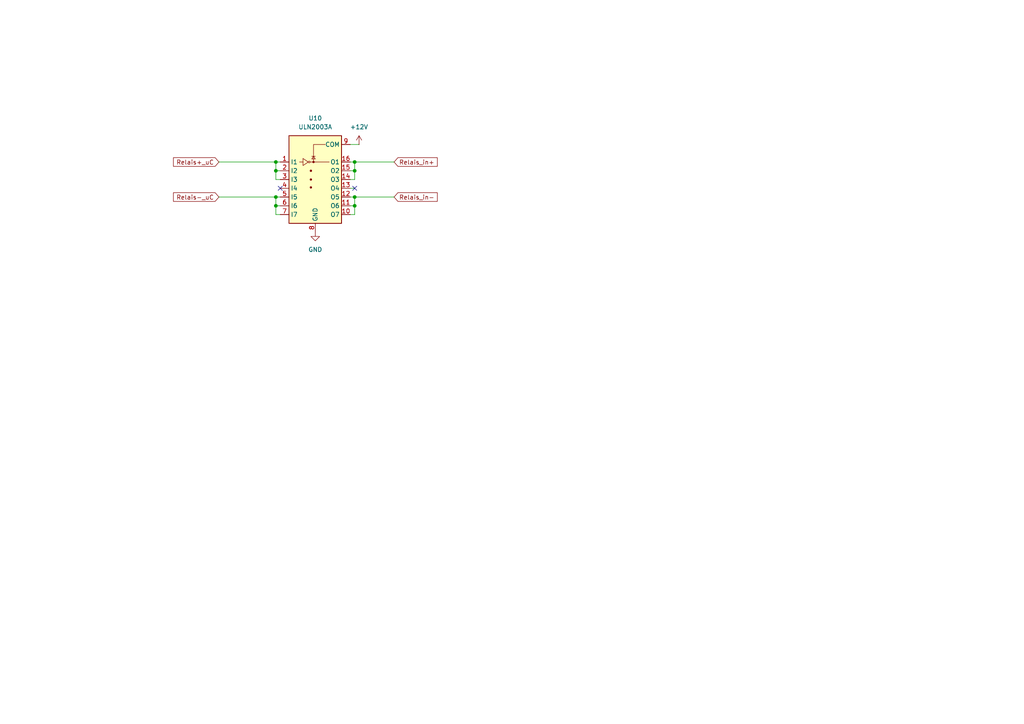
<source format=kicad_sch>
(kicad_sch (version 20250114) (generator "eeschema") (generator_version "9.0")
  (paper "A4")
  (lib_symbols
    (symbol "Transistor_Array:ULN2003A"
      (property "Reference" "U10" (at 0 17.78 0))
      (property "Value" "ULN2003A" (at 0 15.24 0))
      (symbol "ULN2003A_0_1"
        (rectangle (start -7.62 -12.7) (end 7.62 12.7) (stroke (width 0.254)) (fill (type background)))
        (polyline (pts (xy -4.572 5.08) (xy -3.556 5.08)))
        (polyline (pts (xy -3.556 6.096) (xy -3.556 4.064) (xy -2.032 5.08) (xy -3.556 6.096)))
        (circle (center -1.778 5.08) (radius 0.254))
        (polyline (pts (xy -1.524 5.08) (xy 4.064 5.08)))
        (circle (center -1.27 2.54) (radius 0.254) (fill (type outline)))
        (circle (center -1.27 0) (radius 0.254) (fill (type outline)))
        (circle (center -1.27 -2.286) (radius 0.254) (fill (type outline)))
        (circle (center -0.508 5.08) (radius 0.254) (fill (type outline)))
        (polyline (pts (xy -0.508 5.08) (xy -0.508 10.16) (xy 2.921 10.16)))
        (polyline (pts (xy 0 6.731) (xy -1.016 6.731)))
        (polyline (pts (xy 0 5.969) (xy -1.016 5.969) (xy -0.508 6.731) (xy 0 5.969)))
      )
      (symbol "ULN2003A_1_1"
        (pin passive line (at -10.16 5.08 0) (length 2.54) (name "I1") (number "1"))
        (pin passive line (at -10.16 2.54 0) (length 2.54) (name "I2") (number "2"))
        (pin passive line (at -10.16 0 0) (length 2.54) (name "I3") (number "3"))
        (pin passive line (at -10.16 -2.54 0) (length 2.54) (name "I4") (number "4"))
        (pin passive line (at -10.16 -5.08 0) (length 2.54) (name "I5") (number "5"))
        (pin passive line (at -10.16 -7.62 0) (length 2.54) (name "I6") (number "6"))
        (pin passive line (at -10.16 -10.16 0) (length 2.54) (name "I7") (number "7"))
        (pin power_in line (at 0 -15.24 90) (length 2.54) (name "GND") (number "8"))
        (pin passive line (at 10.16 10.16 180) (length 2.54) (name "COM") (number "9"))
        (pin open_collector line (at 10.16 5.08 180) (length 2.54) (name "O1") (number "16"))
        (pin open_collector line (at 10.16 2.54 180) (length 2.54) (name "O2") (number "15"))
        (pin open_collector line (at 10.16 0 180) (length 2.54) (name "O3") (number "14"))
        (pin open_collector line (at 10.16 -2.54 180) (length 2.54) (name "O4") (number "13"))
        (pin open_collector line (at 10.16 -5.08 180) (length 2.54) (name "O5") (number "12"))
        (pin open_collector line (at 10.16 -7.62 180) (length 2.54) (name "O6") (number "11"))
        (pin open_collector line (at 10.16 -10.16 180) (length 2.54) (name "O7") (number "10"))
      )
    )
    (symbol "power:+12V" (power) (pin_numbers (hide yes)) (pin_names (offset 0) (hide yes))
      (property "Value" "+12V" (at 0 3.556 0))
      (symbol "+12V_0_1"
        (polyline (pts (xy -0.762 1.27) (xy 0 2.54)))
        (polyline (pts (xy 0 2.54) (xy 0.762 1.27)))
        (polyline (pts (xy 0 0) (xy 0 2.54)))
      )
      (symbol "+12V_1_1"
        (pin power_in line (at 0 0 90) (length 0) (name "~") (number "1"))
      )
    )
    (symbol "power:GND" (power) (pin_numbers (hide yes)) (pin_names (offset 0) (hide yes))
      (property "Value" "GND" (at 0 -3.81 0))
      (symbol "GND_0_1"
        (polyline (pts (xy 0 0) (xy 0 -1.27) (xy 1.27 -1.27) (xy 0 -2.54) (xy -1.27 -1.27) (xy 0 -1.27)))
      )
      (symbol "GND_1_1"
        (pin power_in line (at 0 0 270) (length 0) (name "~") (number "1"))
      )
    )
  )
  (junction (at 80.01 49.53))
  (junction (at 102.87 57.15))
  (junction (at 80.01 57.15))
  (junction (at 102.87 46.99))
  (junction (at 102.87 49.53))
  (junction (at 80.01 59.69))
  (junction (at 80.01 46.99))
  (junction (at 102.87 59.69))
  (no_connect (at 81.28 54.61))
  (no_connect (at 102.87 54.61))
  (wire (pts (xy 101.6 41.91) (xy 104.14 41.91)))
  (wire (pts (xy 80.01 46.99) (xy 81.28 46.99)))
  (wire (pts (xy 102.87 49.53) (xy 102.87 52.07)))
  (wire (pts (xy 101.6 54.61) (xy 102.87 54.61)))
  (wire (pts (xy 81.28 59.69) (xy 80.01 59.69)))
  (wire (pts (xy 80.01 59.69) (xy 80.01 62.23)))
  (wire (pts (xy 80.01 49.53) (xy 80.01 52.07)))
  (wire (pts (xy 80.01 62.23) (xy 81.28 62.23)))
  (wire (pts (xy 101.6 62.23) (xy 102.87 62.23)))
  (wire (pts (xy 63.5 57.15) (xy 80.01 57.15)))
  (wire (pts (xy 102.87 57.15) (xy 102.87 59.69)))
  (wire (pts (xy 80.01 57.15) (xy 81.28 57.15)))
  (wire (pts (xy 101.6 52.07) (xy 102.87 52.07)))
  (wire (pts (xy 80.01 52.07) (xy 81.28 52.07)))
  (wire (pts (xy 63.5 46.99) (xy 80.01 46.99)))
  (wire (pts (xy 80.01 49.53) (xy 80.01 46.99)))
  (wire (pts (xy 102.87 49.53) (xy 101.6 49.53)))
  (wire (pts (xy 102.87 57.15) (xy 101.6 57.15)))
  (wire (pts (xy 80.01 57.15) (xy 80.01 59.69)))
  (wire (pts (xy 81.28 49.53) (xy 80.01 49.53)))
  (wire (pts (xy 102.87 46.99) (xy 114.3 46.99)))
  (wire (pts (xy 101.6 59.69) (xy 102.87 59.69)))
  (wire (pts (xy 102.87 59.69) (xy 102.87 62.23)))
  (wire (pts (xy 101.6 46.99) (xy 102.87 46.99)))
  (wire (pts (xy 102.87 46.99) (xy 102.87 49.53)))
  (wire (pts (xy 102.87 57.15) (xy 114.3 57.15)))
  (global_label "Relais+_uC" (shape input) (at 63.5 46.99 180) (property "Intersheetrefs" "${INTERSHEET_REFS}" (effects (hide yes))))
  (global_label "Relais_in+" (shape input) (at 114.3 46.99 0) (property "Intersheetrefs" "${INTERSHEET_REFS}" (effects (hide yes))))
  (global_label "Relais_in-" (shape input) (at 114.3 57.15 0) (property "Intersheetrefs" "${INTERSHEET_REFS}" (effects (hide yes))))
  (global_label "Relais-_uC" (shape input) (at 63.5 57.15 180) (property "Intersheetrefs" "${INTERSHEET_REFS}" (effects (hide yes))))
  (symbol (lib_id "power:GND") (at 91.44 67.31 0) (unit 1)
    (property "Reference" "#PWR0111" (effects (hide yes)))
    (property "Value" "GND" (at 91.44 72.39 0))
    (property "Description" "Power symbol creates a global label with name \"GND\" , ground" (effects (hide yes)))
  )
  (symbol (lib_id "Transistor_Array:ULN2003A") (at 91.44 52.07 0) (unit 1)
    (property "Reference" "U10" (at 91.44 34.29 0))
    (property "Value" "ULN2003A" (at 91.44 36.83 0))
    (property "Footprint" "Package_SO:SOIC-16_3.9x9.9mm_P1.27mm" (effects (hide yes)))
    (property "Datasheet" "http://www.ti.com/lit/ds/symlink/uln2003a.pdf" (effects (hide yes)))
    (property "Description" "High Voltage, High Current Darlington Transistor Arrays, SOIC16/SOIC16W/DIP16/TSSOP16" (effects (hide yes)))
  )
  (symbol (lib_id "power:+12V") (at 104.14 41.91 0) (unit 1)
    (property "Reference" "#PWR0113" (effects (hide yes)))
    (property "Value" "+12V" (at 104.14 36.83 0))
    (property "Description" "Power symbol creates a global label with name \"+12V\"" (effects (hide yes)))
  )
)
</source>
